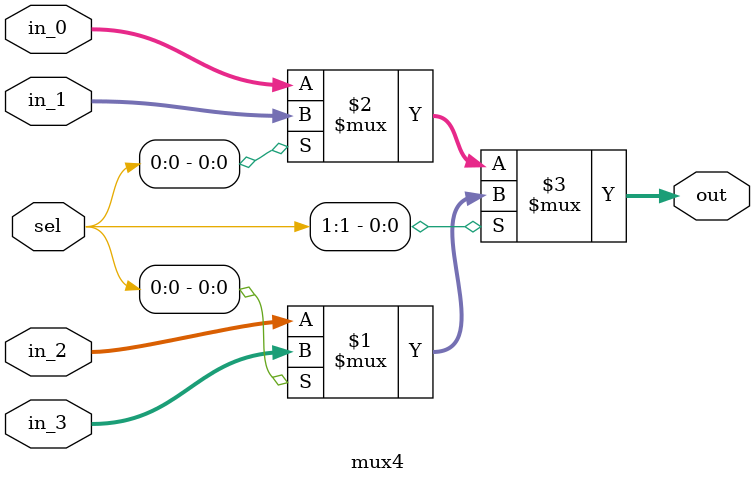
<source format=sv>
module mux4
(
    input logic [3:0] in_0, in_1, in_2, in_3,
    input logic [1:0] sel,
    output logic [3:0] out
);

assign out = sel[1] ? (sel[0] ? in_3 : in_2) 
                    : (sel[0] ? in_1 : in_0);

endmodule
</source>
